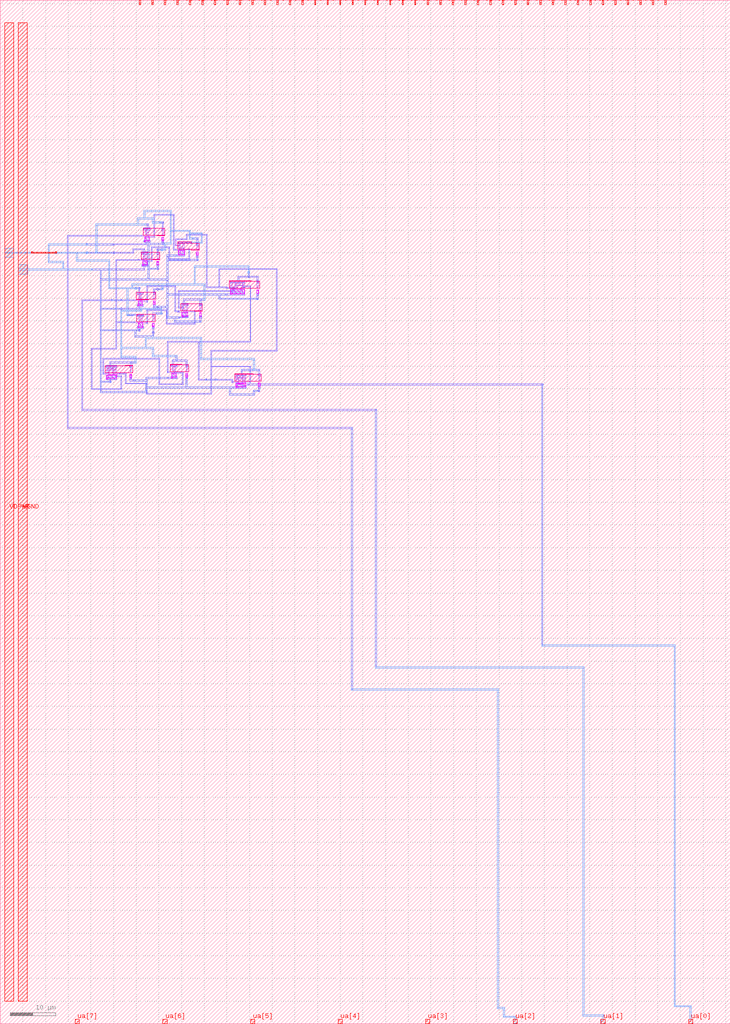
<source format=lef>
VERSION 5.7 ;
  NOWIREEXTENSIONATPIN ON ;
  DIVIDERCHAR "/" ;
  BUSBITCHARS "[]" ;
MACRO tt_um_Kokko00_digiota
  CLASS BLOCK ;
  FOREIGN tt_um_Kokko00_digiota ;
  ORIGIN 0.000 0.000 ;
  SIZE 161.000 BY 225.760 ;
  PIN clk
    DIRECTION INPUT ;
    USE SIGNAL ;
    PORT
      LAYER met4 ;
        RECT 143.830 224.760 144.130 225.760 ;
    END
  END clk
  PIN ena
    DIRECTION INPUT ;
    USE SIGNAL ;
    PORT
      LAYER met4 ;
        RECT 146.590 224.760 146.890 225.760 ;
    END
  END ena
  PIN rst_n
    DIRECTION INPUT ;
    USE SIGNAL ;
    PORT
      LAYER met4 ;
        RECT 141.070 224.760 141.370 225.760 ;
    END
  END rst_n
  PIN ua[0]
    DIRECTION INOUT ;
    USE SIGNAL ;
    ANTENNADIFFAREA 0.445500 ;
    PORT
      LAYER met4 ;
        RECT 151.810 0.000 152.710 1.000 ;
    END
  END ua[0]
  PIN ua[1]
    DIRECTION INOUT ;
    USE SIGNAL ;
    ANTENNAGATEAREA 0.247500 ;
    PORT
      LAYER met4 ;
        RECT 132.490 0.000 133.390 1.000 ;
    END
  END ua[1]
  PIN ua[2]
    DIRECTION INOUT ;
    USE SIGNAL ;
    ANTENNAGATEAREA 0.247500 ;
    PORT
      LAYER met4 ;
        RECT 113.170 0.000 114.070 1.000 ;
    END
  END ua[2]
  PIN ua[3]
    DIRECTION INOUT ;
    USE SIGNAL ;
    PORT
      LAYER met4 ;
        RECT 93.850 0.000 94.750 1.000 ;
    END
  END ua[3]
  PIN ua[4]
    DIRECTION INOUT ;
    USE SIGNAL ;
    PORT
      LAYER met4 ;
        RECT 74.530 0.000 75.430 1.000 ;
    END
  END ua[4]
  PIN ua[5]
    DIRECTION INOUT ;
    USE SIGNAL ;
    PORT
      LAYER met4 ;
        RECT 55.210 0.000 56.110 1.000 ;
    END
  END ua[5]
  PIN ua[6]
    DIRECTION INOUT ;
    USE SIGNAL ;
    PORT
      LAYER met4 ;
        RECT 35.890 0.000 36.790 1.000 ;
    END
  END ua[6]
  PIN ua[7]
    DIRECTION INOUT ;
    USE SIGNAL ;
    PORT
      LAYER met4 ;
        RECT 16.570 0.000 17.470 1.000 ;
    END
  END ua[7]
  PIN ui_in[0]
    DIRECTION INPUT ;
    USE SIGNAL ;
    PORT
      LAYER met4 ;
        RECT 138.310 224.760 138.610 225.760 ;
    END
  END ui_in[0]
  PIN ui_in[1]
    DIRECTION INPUT ;
    USE SIGNAL ;
    PORT
      LAYER met4 ;
        RECT 135.550 224.760 135.850 225.760 ;
    END
  END ui_in[1]
  PIN ui_in[2]
    DIRECTION INPUT ;
    USE SIGNAL ;
    PORT
      LAYER met4 ;
        RECT 132.790 224.760 133.090 225.760 ;
    END
  END ui_in[2]
  PIN ui_in[3]
    DIRECTION INPUT ;
    USE SIGNAL ;
    PORT
      LAYER met4 ;
        RECT 130.030 224.760 130.330 225.760 ;
    END
  END ui_in[3]
  PIN ui_in[4]
    DIRECTION INPUT ;
    USE SIGNAL ;
    PORT
      LAYER met4 ;
        RECT 127.270 224.760 127.570 225.760 ;
    END
  END ui_in[4]
  PIN ui_in[5]
    DIRECTION INPUT ;
    USE SIGNAL ;
    PORT
      LAYER met4 ;
        RECT 124.510 224.760 124.810 225.760 ;
    END
  END ui_in[5]
  PIN ui_in[6]
    DIRECTION INPUT ;
    USE SIGNAL ;
    PORT
      LAYER met4 ;
        RECT 121.750 224.760 122.050 225.760 ;
    END
  END ui_in[6]
  PIN ui_in[7]
    DIRECTION INPUT ;
    USE SIGNAL ;
    PORT
      LAYER met4 ;
        RECT 118.990 224.760 119.290 225.760 ;
    END
  END ui_in[7]
  PIN uio_in[0]
    DIRECTION INPUT ;
    USE SIGNAL ;
    PORT
      LAYER met4 ;
        RECT 116.230 224.760 116.530 225.760 ;
    END
  END uio_in[0]
  PIN uio_in[1]
    DIRECTION INPUT ;
    USE SIGNAL ;
    PORT
      LAYER met4 ;
        RECT 113.470 224.760 113.770 225.760 ;
    END
  END uio_in[1]
  PIN uio_in[2]
    DIRECTION INPUT ;
    USE SIGNAL ;
    PORT
      LAYER met4 ;
        RECT 110.710 224.760 111.010 225.760 ;
    END
  END uio_in[2]
  PIN uio_in[3]
    DIRECTION INPUT ;
    USE SIGNAL ;
    PORT
      LAYER met4 ;
        RECT 107.950 224.760 108.250 225.760 ;
    END
  END uio_in[3]
  PIN uio_in[4]
    DIRECTION INPUT ;
    USE SIGNAL ;
    PORT
      LAYER met4 ;
        RECT 105.190 224.760 105.490 225.760 ;
    END
  END uio_in[4]
  PIN uio_in[5]
    DIRECTION INPUT ;
    USE SIGNAL ;
    PORT
      LAYER met4 ;
        RECT 102.430 224.760 102.730 225.760 ;
    END
  END uio_in[5]
  PIN uio_in[6]
    DIRECTION INPUT ;
    USE SIGNAL ;
    PORT
      LAYER met4 ;
        RECT 99.670 224.760 99.970 225.760 ;
    END
  END uio_in[6]
  PIN uio_in[7]
    DIRECTION INPUT ;
    USE SIGNAL ;
    PORT
      LAYER met4 ;
        RECT 96.910 224.760 97.210 225.760 ;
    END
  END uio_in[7]
  PIN uio_oe[0]
    DIRECTION OUTPUT ;
    USE SIGNAL ;
    PORT
      LAYER met4 ;
        RECT 49.990 224.760 50.290 225.760 ;
    END
  END uio_oe[0]
  PIN uio_oe[1]
    DIRECTION OUTPUT ;
    USE SIGNAL ;
    PORT
      LAYER met4 ;
        RECT 47.230 224.760 47.530 225.760 ;
    END
  END uio_oe[1]
  PIN uio_oe[2]
    DIRECTION OUTPUT ;
    USE SIGNAL ;
    PORT
      LAYER met4 ;
        RECT 44.470 224.760 44.770 225.760 ;
    END
  END uio_oe[2]
  PIN uio_oe[3]
    DIRECTION OUTPUT ;
    USE SIGNAL ;
    PORT
      LAYER met4 ;
        RECT 41.710 224.760 42.010 225.760 ;
    END
  END uio_oe[3]
  PIN uio_oe[4]
    DIRECTION OUTPUT ;
    USE SIGNAL ;
    PORT
      LAYER met4 ;
        RECT 38.950 224.760 39.250 225.760 ;
    END
  END uio_oe[4]
  PIN uio_oe[5]
    DIRECTION OUTPUT ;
    USE SIGNAL ;
    PORT
      LAYER met4 ;
        RECT 36.190 224.760 36.490 225.760 ;
    END
  END uio_oe[5]
  PIN uio_oe[6]
    DIRECTION OUTPUT ;
    USE SIGNAL ;
    PORT
      LAYER met4 ;
        RECT 33.430 224.760 33.730 225.760 ;
    END
  END uio_oe[6]
  PIN uio_oe[7]
    DIRECTION OUTPUT ;
    USE SIGNAL ;
    PORT
      LAYER met4 ;
        RECT 30.670 224.760 30.970 225.760 ;
    END
  END uio_oe[7]
  PIN uio_out[0]
    DIRECTION OUTPUT ;
    USE SIGNAL ;
    PORT
      LAYER met4 ;
        RECT 72.070 224.760 72.370 225.760 ;
    END
  END uio_out[0]
  PIN uio_out[1]
    DIRECTION OUTPUT ;
    USE SIGNAL ;
    PORT
      LAYER met4 ;
        RECT 69.310 224.760 69.610 225.760 ;
    END
  END uio_out[1]
  PIN uio_out[2]
    DIRECTION OUTPUT ;
    USE SIGNAL ;
    PORT
      LAYER met4 ;
        RECT 66.550 224.760 66.850 225.760 ;
    END
  END uio_out[2]
  PIN uio_out[3]
    DIRECTION OUTPUT ;
    USE SIGNAL ;
    PORT
      LAYER met4 ;
        RECT 63.790 224.760 64.090 225.760 ;
    END
  END uio_out[3]
  PIN uio_out[4]
    DIRECTION OUTPUT ;
    USE SIGNAL ;
    PORT
      LAYER met4 ;
        RECT 61.030 224.760 61.330 225.760 ;
    END
  END uio_out[4]
  PIN uio_out[5]
    DIRECTION OUTPUT ;
    USE SIGNAL ;
    PORT
      LAYER met4 ;
        RECT 58.270 224.760 58.570 225.760 ;
    END
  END uio_out[5]
  PIN uio_out[6]
    DIRECTION OUTPUT ;
    USE SIGNAL ;
    PORT
      LAYER met4 ;
        RECT 55.510 224.760 55.810 225.760 ;
    END
  END uio_out[6]
  PIN uio_out[7]
    DIRECTION OUTPUT ;
    USE SIGNAL ;
    PORT
      LAYER met4 ;
        RECT 52.750 224.760 53.050 225.760 ;
    END
  END uio_out[7]
  PIN uo_out[0]
    DIRECTION OUTPUT ;
    USE SIGNAL ;
    PORT
      LAYER met4 ;
        RECT 94.150 224.760 94.450 225.760 ;
    END
  END uo_out[0]
  PIN uo_out[1]
    DIRECTION OUTPUT ;
    USE SIGNAL ;
    PORT
      LAYER met4 ;
        RECT 91.390 224.760 91.690 225.760 ;
    END
  END uo_out[1]
  PIN uo_out[2]
    DIRECTION OUTPUT ;
    USE SIGNAL ;
    PORT
      LAYER met4 ;
        RECT 88.630 224.760 88.930 225.760 ;
    END
  END uo_out[2]
  PIN uo_out[3]
    DIRECTION OUTPUT ;
    USE SIGNAL ;
    PORT
      LAYER met4 ;
        RECT 85.870 224.760 86.170 225.760 ;
    END
  END uo_out[3]
  PIN uo_out[4]
    DIRECTION OUTPUT ;
    USE SIGNAL ;
    PORT
      LAYER met4 ;
        RECT 83.110 224.760 83.410 225.760 ;
    END
  END uo_out[4]
  PIN uo_out[5]
    DIRECTION OUTPUT ;
    USE SIGNAL ;
    PORT
      LAYER met4 ;
        RECT 80.350 224.760 80.650 225.760 ;
    END
  END uo_out[5]
  PIN uo_out[6]
    DIRECTION OUTPUT ;
    USE SIGNAL ;
    PORT
      LAYER met4 ;
        RECT 77.590 224.760 77.890 225.760 ;
    END
  END uo_out[6]
  PIN uo_out[7]
    DIRECTION OUTPUT ;
    USE SIGNAL ;
    PORT
      LAYER met4 ;
        RECT 74.830 224.760 75.130 225.760 ;
    END
  END uo_out[7]
  PIN VDPWR
    DIRECTION INOUT ;
    USE POWER ;
    PORT
      LAYER met4 ;
        RECT 1.000 5.000 3.000 220.760 ;
    END
  END VDPWR
  PIN VGND
    DIRECTION INOUT ;
    USE GROUND ;
    PORT
      LAYER met4 ;
        RECT 4.000 5.000 6.000 220.760 ;
    END
  END VGND
  OBS
      LAYER nwell ;
        RECT 31.510 175.450 34.550 175.460 ;
        RECT 31.510 173.855 36.290 175.450 ;
        RECT 34.530 173.845 36.290 173.855 ;
      LAYER pwell ;
        RECT 31.910 172.655 32.840 173.565 ;
        RECT 35.655 172.730 36.085 173.515 ;
        RECT 31.910 172.635 32.015 172.655 ;
        RECT 31.845 172.465 32.015 172.635 ;
      LAYER nwell ;
        RECT 39.110 172.160 42.150 172.460 ;
        RECT 39.110 170.855 43.900 172.160 ;
        RECT 31.060 170.150 33.650 170.160 ;
        RECT 31.060 168.555 35.190 170.150 ;
      LAYER pwell ;
        RECT 39.305 169.655 40.655 170.565 ;
      LAYER nwell ;
        RECT 42.130 170.555 43.900 170.855 ;
      LAYER pwell ;
        RECT 39.450 169.465 39.620 169.655 ;
        RECT 43.265 169.440 43.695 170.225 ;
      LAYER nwell ;
        RECT 33.630 168.545 35.190 168.555 ;
      LAYER pwell ;
        RECT 31.460 167.355 32.390 168.265 ;
        RECT 34.555 167.430 34.985 168.215 ;
        RECT 31.460 167.335 31.565 167.355 ;
        RECT 31.395 167.165 31.565 167.335 ;
      LAYER nwell ;
        RECT 50.500 163.800 55.400 163.850 ;
        RECT 50.500 162.245 57.190 163.800 ;
        RECT 55.330 162.195 57.190 162.245 ;
        RECT 32.630 161.310 34.340 161.350 ;
        RECT 30.010 159.745 34.340 161.310 ;
      LAYER pwell ;
        RECT 50.735 161.045 53.905 161.955 ;
        RECT 56.555 161.080 56.985 161.865 ;
        RECT 50.835 160.855 51.005 161.045 ;
      LAYER nwell ;
        RECT 30.010 159.705 32.750 159.745 ;
      LAYER pwell ;
        RECT 30.410 158.505 31.340 159.415 ;
        RECT 33.705 158.630 34.135 159.415 ;
      LAYER nwell ;
        RECT 39.860 158.800 42.900 158.810 ;
      LAYER pwell ;
        RECT 30.410 158.485 30.515 158.505 ;
        RECT 30.345 158.315 30.515 158.485 ;
      LAYER nwell ;
        RECT 39.860 157.205 44.590 158.800 ;
        RECT 42.880 157.195 44.590 157.205 ;
        RECT 30.050 154.845 34.190 156.450 ;
      LAYER pwell ;
        RECT 40.055 156.005 41.405 156.915 ;
        RECT 43.955 156.080 44.385 156.865 ;
        RECT 40.200 155.815 40.370 156.005 ;
        RECT 30.450 153.645 31.380 154.555 ;
        RECT 33.555 153.730 33.985 154.515 ;
        RECT 30.450 153.625 30.555 153.645 ;
        RECT 30.385 153.455 30.555 153.625 ;
      LAYER nwell ;
        RECT 37.450 145.350 40.050 145.400 ;
        RECT 27.530 145.160 29.190 145.200 ;
        RECT 23.160 143.595 29.190 145.160 ;
        RECT 37.450 143.795 41.540 145.350 ;
        RECT 39.880 143.745 41.540 143.795 ;
        RECT 23.160 143.555 27.550 143.595 ;
      LAYER pwell ;
        RECT 23.840 143.035 25.645 143.265 ;
        RECT 23.355 142.355 25.645 143.035 ;
        RECT 28.555 142.480 28.985 143.265 ;
        RECT 37.850 142.595 38.780 143.505 ;
        RECT 40.905 142.630 41.335 143.415 ;
      LAYER nwell ;
        RECT 51.710 143.300 55.800 143.310 ;
      LAYER pwell ;
        RECT 37.850 142.575 37.955 142.595 ;
        RECT 37.785 142.405 37.955 142.575 ;
        RECT 23.500 142.165 23.670 142.355 ;
      LAYER nwell ;
        RECT 51.710 141.705 57.540 143.300 ;
        RECT 55.780 141.695 57.540 141.705 ;
      LAYER pwell ;
        RECT 52.390 141.185 54.195 141.415 ;
        RECT 51.905 140.505 54.195 141.185 ;
        RECT 56.905 140.580 57.335 141.365 ;
        RECT 52.050 140.315 52.220 140.505 ;
      LAYER li1 ;
        RECT 31.700 175.185 33.080 175.355 ;
        RECT 32.040 174.045 32.250 175.185 ;
        RECT 35.640 175.175 36.100 175.345 ;
        RECT 32.420 174.035 32.750 175.015 ;
        RECT 32.020 173.850 32.350 173.865 ;
        RECT 31.000 173.650 32.350 173.850 ;
        RECT 32.020 173.625 32.350 173.650 ;
        RECT 32.520 173.715 32.750 174.035 ;
        RECT 35.725 174.010 36.015 175.175 ;
        RECT 32.520 173.485 34.115 173.715 ;
        RECT 32.020 172.635 32.250 173.455 ;
        RECT 32.520 173.435 32.750 173.485 ;
        RECT 32.420 172.805 32.750 173.435 ;
        RECT 31.700 172.465 33.080 172.635 ;
        RECT 35.725 172.625 36.015 173.350 ;
        RECT 38.650 172.900 39.300 173.100 ;
        RECT 35.640 172.455 36.100 172.625 ;
        RECT 38.650 171.750 38.850 172.900 ;
        RECT 39.300 172.185 40.680 172.355 ;
        RECT 39.395 171.750 39.725 172.000 ;
        RECT 38.650 171.550 39.725 171.750 ;
        RECT 39.395 171.215 39.725 171.550 ;
        RECT 39.395 171.045 40.075 171.215 ;
        RECT 40.255 171.045 40.585 172.185 ;
        RECT 43.250 171.885 43.710 172.055 ;
        RECT 39.385 170.625 39.735 170.875 ;
        RECT 39.905 170.445 40.075 171.045 ;
        RECT 40.245 170.845 40.595 170.875 ;
        RECT 40.245 170.655 41.795 170.845 ;
        RECT 43.335 170.720 43.625 171.885 ;
        RECT 40.245 170.625 40.595 170.655 ;
        RECT 31.250 169.885 32.630 170.055 ;
        RECT 31.590 168.745 31.800 169.885 ;
        RECT 34.540 169.875 35.000 170.045 ;
        RECT 31.970 168.735 32.300 169.715 ;
        RECT 31.570 168.550 31.900 168.565 ;
        RECT 30.450 168.350 31.900 168.550 ;
        RECT 31.570 168.325 31.900 168.350 ;
        RECT 32.070 168.415 32.300 168.735 ;
        RECT 34.625 168.710 34.915 169.875 ;
        RECT 39.405 169.635 39.645 170.445 ;
        RECT 39.815 169.805 40.145 170.445 ;
        RECT 40.315 169.635 40.585 170.445 ;
        RECT 39.300 169.465 40.680 169.635 ;
        RECT 43.335 169.335 43.625 170.060 ;
        RECT 43.250 169.165 43.710 169.335 ;
        RECT 32.070 168.185 33.565 168.415 ;
        RECT 31.570 167.335 31.800 168.155 ;
        RECT 32.070 168.135 32.300 168.185 ;
        RECT 31.970 167.505 32.300 168.135 ;
        RECT 31.250 167.165 32.630 167.335 ;
        RECT 34.625 167.325 34.915 168.050 ;
        RECT 34.540 167.155 35.000 167.325 ;
        RECT 50.690 163.575 53.910 163.745 ;
        RECT 50.775 162.725 51.155 163.405 ;
        RECT 51.745 162.725 51.915 163.575 ;
        RECT 52.085 162.895 52.415 163.405 ;
        RECT 52.585 163.065 52.755 163.575 ;
        RECT 56.540 163.525 57.000 163.695 ;
        RECT 52.925 162.895 53.325 163.405 ;
        RECT 52.085 162.725 53.325 162.895 ;
        RECT 53.505 162.750 53.825 163.405 ;
        RECT 50.775 161.765 50.945 162.725 ;
        RECT 51.115 162.385 52.420 162.555 ;
        RECT 53.505 162.475 53.900 162.750 ;
        RECT 51.115 161.935 51.360 162.385 ;
        RECT 51.530 162.015 52.080 162.215 ;
        RECT 52.250 162.185 52.420 162.385 ;
        RECT 53.195 162.450 53.900 162.475 ;
        RECT 53.195 162.305 53.825 162.450 ;
        RECT 56.625 162.360 56.915 163.525 ;
        RECT 52.250 162.015 52.625 162.185 ;
        RECT 52.795 161.765 53.025 162.265 ;
        RECT 50.775 161.595 53.025 161.765 ;
        RECT 30.200 161.035 31.580 161.205 ;
        RECT 33.690 161.075 34.150 161.245 ;
        RECT 30.540 159.895 30.750 161.035 ;
        RECT 30.920 159.885 31.250 160.865 ;
        RECT 33.775 159.910 34.065 161.075 ;
        RECT 50.825 161.025 51.155 161.415 ;
        RECT 51.325 161.275 51.495 161.595 ;
        RECT 53.195 161.425 53.365 162.305 ;
        RECT 51.665 161.025 51.995 161.415 ;
        RECT 52.410 161.255 53.365 161.425 ;
        RECT 53.535 161.025 53.825 161.860 ;
        RECT 50.690 160.855 53.910 161.025 ;
        RECT 56.625 160.975 56.915 161.700 ;
        RECT 56.540 160.805 57.000 160.975 ;
        RECT 30.520 159.700 30.850 159.715 ;
        RECT 29.350 159.500 30.850 159.700 ;
        RECT 30.520 159.475 30.850 159.500 ;
        RECT 31.020 159.515 31.250 159.885 ;
        RECT 30.520 158.485 30.750 159.305 ;
        RECT 31.020 159.285 32.565 159.515 ;
        RECT 30.920 158.655 31.250 159.285 ;
        RECT 32.335 159.135 32.565 159.285 ;
        RECT 33.775 158.525 34.065 159.250 ;
        RECT 40.050 158.535 41.430 158.705 ;
        RECT 30.200 158.315 31.580 158.485 ;
        RECT 33.690 158.355 34.150 158.525 ;
        RECT 40.145 158.100 40.475 158.350 ;
        RECT 40.000 157.800 40.475 158.100 ;
        RECT 40.145 157.565 40.475 157.800 ;
        RECT 40.145 157.395 40.825 157.565 ;
        RECT 41.005 157.395 41.335 158.535 ;
        RECT 43.940 158.525 44.400 158.695 ;
        RECT 39.075 156.975 40.485 157.225 ;
        RECT 40.655 156.795 40.825 157.395 ;
        RECT 44.025 157.360 44.315 158.525 ;
        RECT 40.995 157.200 41.345 157.225 ;
        RECT 40.995 157.000 42.300 157.200 ;
        RECT 40.995 156.975 41.345 157.000 ;
        RECT 30.240 156.175 31.620 156.345 ;
        RECT 33.540 156.175 34.000 156.345 ;
        RECT 30.580 155.035 30.790 156.175 ;
        RECT 30.960 155.025 31.290 156.005 ;
        RECT 30.560 154.850 30.890 154.855 ;
        RECT 29.400 154.650 30.890 154.850 ;
        RECT 30.560 154.615 30.890 154.650 ;
        RECT 31.060 154.665 31.290 155.025 ;
        RECT 33.625 155.010 33.915 156.175 ;
        RECT 40.155 155.985 40.395 156.795 ;
        RECT 40.565 156.155 40.895 156.795 ;
        RECT 41.065 155.985 41.335 156.795 ;
        RECT 40.050 155.815 41.430 155.985 ;
        RECT 44.025 155.975 44.315 156.700 ;
        RECT 43.940 155.805 44.400 155.975 ;
        RECT 32.335 154.665 32.565 154.915 ;
        RECT 30.560 153.625 30.790 154.445 ;
        RECT 31.060 154.435 32.565 154.665 ;
        RECT 31.060 154.425 31.290 154.435 ;
        RECT 30.960 153.795 31.290 154.425 ;
        RECT 33.625 153.625 33.915 154.350 ;
        RECT 30.240 153.455 31.620 153.625 ;
        RECT 33.540 153.455 34.000 153.625 ;
        RECT 37.640 145.125 39.020 145.295 ;
        RECT 23.350 144.885 25.650 145.055 ;
        RECT 28.540 144.925 29.000 145.095 ;
        RECT 23.435 144.315 23.695 144.715 ;
        RECT 23.865 144.485 24.800 144.885 ;
        RECT 24.970 144.375 25.565 144.715 ;
        RECT 23.435 144.145 24.800 144.315 ;
        RECT 23.435 143.500 23.895 143.975 ;
        RECT 22.600 143.300 23.895 143.500 ;
        RECT 23.435 143.245 23.895 143.300 ;
        RECT 24.065 143.075 24.800 144.145 ;
        RECT 23.435 142.905 24.800 143.075 ;
        RECT 24.970 143.055 25.145 144.375 ;
        RECT 25.325 143.450 25.565 144.205 ;
        RECT 28.625 143.760 28.915 144.925 ;
        RECT 37.980 143.985 38.190 145.125 ;
        RECT 40.890 145.075 41.350 145.245 ;
        RECT 38.360 143.975 38.690 144.955 ;
        RECT 37.960 143.800 38.290 143.805 ;
        RECT 36.850 143.600 38.290 143.800 ;
        RECT 37.960 143.565 38.290 143.600 ;
        RECT 25.325 143.250 26.500 143.450 ;
        RECT 25.325 143.225 25.565 143.250 ;
        RECT 23.435 142.505 23.695 142.905 ;
        RECT 23.865 142.335 24.800 142.735 ;
        RECT 24.970 142.505 25.565 143.055 ;
        RECT 28.625 142.375 28.915 143.100 ;
        RECT 37.960 142.575 38.190 143.395 ;
        RECT 38.460 143.375 38.690 143.975 ;
        RECT 40.975 143.910 41.265 145.075 ;
        RECT 38.360 142.745 38.690 143.375 ;
        RECT 37.640 142.405 39.020 142.575 ;
        RECT 40.975 142.525 41.265 143.250 ;
        RECT 51.900 143.035 54.200 143.205 ;
        RECT 23.350 142.165 25.650 142.335 ;
        RECT 28.540 142.205 29.000 142.375 ;
        RECT 40.890 142.355 41.350 142.525 ;
        RECT 51.985 142.465 52.245 142.865 ;
        RECT 52.415 142.635 53.350 143.035 ;
        RECT 56.890 143.025 57.350 143.195 ;
        RECT 53.520 142.525 54.115 142.865 ;
        RECT 51.985 142.295 53.350 142.465 ;
        RECT 51.985 141.650 52.445 142.125 ;
        RECT 51.100 141.450 52.445 141.650 ;
        RECT 51.985 141.395 52.445 141.450 ;
        RECT 52.615 141.225 53.350 142.295 ;
        RECT 51.985 141.055 53.350 141.225 ;
        RECT 53.520 141.205 53.695 142.525 ;
        RECT 53.875 141.650 54.115 142.355 ;
        RECT 56.975 141.860 57.265 143.025 ;
        RECT 53.875 141.450 55.200 141.650 ;
        RECT 53.875 141.375 54.115 141.450 ;
        RECT 53.520 141.100 54.115 141.205 ;
        RECT 51.985 140.655 52.245 141.055 ;
        RECT 52.415 140.485 53.350 140.885 ;
        RECT 53.520 140.800 54.900 141.100 ;
        RECT 53.520 140.655 54.115 140.800 ;
        RECT 51.900 140.315 54.200 140.485 ;
        RECT 56.975 140.475 57.265 141.200 ;
        RECT 56.890 140.305 57.350 140.475 ;
      LAYER met1 ;
        RECT 33.885 178.285 38.365 178.515 ;
        RECT 32.460 176.395 32.750 176.430 ;
        RECT 32.460 176.070 32.765 176.395 ;
        RECT 32.475 175.510 32.765 176.070 ;
        RECT 31.700 175.030 33.080 175.510 ;
        RECT 30.955 173.850 31.245 173.865 ;
        RECT 14.750 173.650 31.245 173.850 ;
        RECT 14.750 131.550 15.050 173.650 ;
        RECT 30.955 173.635 31.245 173.650 ;
        RECT 33.885 173.455 34.115 178.285 ;
        RECT 35.700 175.500 36.000 176.880 ;
        RECT 35.640 175.020 36.100 175.500 ;
        RECT 31.700 172.310 33.080 172.790 ;
        RECT 24.860 172.045 25.150 172.080 ;
        RECT 32.015 172.045 32.305 172.310 ;
        RECT 35.640 172.300 36.100 172.780 ;
        RECT 24.855 171.755 32.305 172.045 ;
        RECT 35.750 171.770 36.050 172.300 ;
        RECT 24.860 171.720 25.150 171.755 ;
        RECT 33.335 171.185 37.365 171.415 ;
        RECT 29.205 170.655 31.855 170.945 ;
        RECT 24.910 170.195 25.200 170.230 ;
        RECT 29.205 170.195 29.495 170.655 ;
        RECT 31.565 170.210 31.855 170.655 ;
        RECT 24.905 169.905 29.495 170.195 ;
        RECT 24.910 169.870 25.200 169.905 ;
        RECT 31.250 169.730 32.630 170.210 ;
        RECT 30.405 168.550 30.695 168.565 ;
        RECT 25.450 168.350 30.695 168.550 ;
        RECT 24.470 159.700 24.730 159.760 ;
        RECT 17.950 159.500 24.730 159.700 ;
        RECT 17.950 135.500 18.250 159.500 ;
        RECT 24.470 159.440 24.730 159.500 ;
        RECT 25.450 154.850 25.650 168.350 ;
        RECT 30.405 168.335 30.695 168.350 ;
        RECT 33.335 168.155 33.565 171.185 ;
        RECT 34.600 170.200 34.895 170.880 ;
        RECT 34.540 169.720 35.000 170.200 ;
        RECT 37.135 168.665 37.365 171.185 ;
        RECT 38.135 170.865 38.365 178.285 ;
        RECT 41.050 173.900 45.600 174.100 ;
        RECT 39.005 173.100 39.295 173.115 ;
        RECT 41.050 173.100 41.250 173.900 ;
        RECT 43.350 173.300 43.650 173.330 ;
        RECT 39.000 172.900 41.250 173.100 ;
        RECT 43.345 172.970 43.650 173.300 ;
        RECT 39.005 172.885 39.295 172.900 ;
        RECT 39.300 172.400 40.680 172.510 ;
        RECT 41.100 172.400 41.400 172.430 ;
        RECT 39.300 172.100 41.400 172.400 ;
        RECT 43.345 172.210 43.645 172.970 ;
        RECT 39.300 172.030 40.680 172.100 ;
        RECT 41.100 172.070 41.400 172.100 ;
        RECT 43.250 171.730 43.710 172.210 ;
        RECT 38.135 170.635 39.745 170.865 ;
        RECT 38.660 169.600 38.950 169.630 ;
        RECT 39.300 169.600 40.680 169.790 ;
        RECT 38.655 169.310 40.680 169.600 ;
        RECT 38.660 169.270 38.950 169.310 ;
        RECT 41.585 168.665 41.815 170.895 ;
        RECT 43.250 169.010 43.710 169.490 ;
        RECT 37.135 168.435 41.815 168.665 ;
        RECT 43.300 168.270 43.600 169.010 ;
        RECT 31.250 167.010 32.630 167.490 ;
        RECT 26.660 166.495 26.950 166.530 ;
        RECT 31.565 166.495 31.855 167.010 ;
        RECT 34.540 167.000 35.000 167.480 ;
        RECT 26.655 166.205 31.855 166.495 ;
        RECT 34.595 166.680 34.895 167.000 ;
        RECT 34.595 166.350 34.900 166.680 ;
        RECT 34.600 166.320 34.900 166.350 ;
        RECT 26.660 166.170 26.950 166.205 ;
        RECT 32.335 162.535 38.665 162.765 ;
        RECT 30.510 162.345 30.800 162.380 ;
        RECT 30.510 162.020 30.805 162.345 ;
        RECT 30.515 161.360 30.805 162.020 ;
        RECT 30.200 160.880 31.580 161.360 ;
        RECT 26.570 159.700 26.830 159.760 ;
        RECT 29.305 159.700 29.595 159.715 ;
        RECT 26.570 159.500 29.595 159.700 ;
        RECT 26.570 159.440 26.830 159.500 ;
        RECT 29.305 159.485 29.595 159.500 ;
        RECT 32.335 159.155 32.565 162.535 ;
        RECT 34.600 162.145 34.895 162.180 ;
        RECT 33.750 161.850 34.895 162.145 ;
        RECT 33.750 161.400 34.045 161.850 ;
        RECT 34.600 161.820 34.895 161.850 ;
        RECT 33.690 160.920 34.150 161.400 ;
        RECT 30.200 158.160 31.580 158.640 ;
        RECT 33.690 158.250 34.150 158.680 ;
        RECT 34.600 158.250 34.900 158.280 ;
        RECT 33.690 158.200 34.900 158.250 ;
        RECT 26.560 157.845 26.850 157.880 ;
        RECT 30.515 157.845 30.805 158.160 ;
        RECT 33.745 157.950 34.900 158.200 ;
        RECT 34.600 157.920 34.900 157.950 ;
        RECT 26.555 157.555 30.805 157.845 ;
        RECT 26.560 157.520 26.850 157.555 ;
        RECT 32.335 157.285 36.815 157.515 ;
        RECT 29.060 156.500 29.350 156.530 ;
        RECT 29.055 156.210 31.620 156.500 ;
        RECT 29.060 156.170 29.350 156.210 ;
        RECT 30.240 156.020 31.620 156.210 ;
        RECT 29.355 154.850 29.645 154.865 ;
        RECT 25.450 154.650 29.645 154.850 ;
        RECT 32.335 154.820 32.565 157.285 ;
        RECT 34.500 156.800 34.800 156.830 ;
        RECT 33.650 156.500 34.800 156.800 ;
        RECT 33.540 156.020 34.000 156.500 ;
        RECT 34.500 156.470 34.800 156.500 ;
        RECT 25.450 149.000 25.650 154.650 ;
        RECT 29.355 154.635 29.645 154.650 ;
        RECT 32.330 154.580 32.570 154.820 ;
        RECT 32.335 154.435 32.565 154.580 ;
        RECT 36.585 154.515 36.815 157.285 ;
        RECT 38.435 157.215 38.665 162.535 ;
        RECT 45.400 162.550 45.600 173.900 ;
        RECT 48.200 166.350 61.050 166.550 ;
        RECT 48.200 162.550 48.400 166.350 ;
        RECT 55.750 164.895 56.900 164.900 ;
        RECT 52.385 164.605 56.900 164.895 ;
        RECT 52.385 163.900 52.675 164.605 ;
        RECT 54.620 164.600 54.980 164.605 ;
        RECT 55.750 164.595 56.900 164.605 ;
        RECT 50.690 163.420 53.910 163.900 ;
        RECT 56.595 163.850 56.900 164.595 ;
        RECT 56.540 163.370 57.000 163.850 ;
        RECT 53.550 162.550 55.300 162.750 ;
        RECT 45.400 162.350 50.050 162.550 ;
        RECT 53.580 162.470 53.900 162.550 ;
        RECT 49.775 162.335 50.050 162.350 ;
        RECT 49.775 162.275 51.275 162.335 ;
        RECT 49.775 162.185 51.345 162.275 ;
        RECT 51.055 162.045 51.345 162.185 ;
        RECT 51.500 162.200 51.730 162.275 ;
        RECT 51.500 162.050 52.075 162.200 ;
        RECT 51.500 161.985 51.730 162.050 ;
        RECT 51.500 161.700 51.700 161.985 ;
        RECT 39.250 161.500 51.700 161.700 ;
        RECT 39.250 158.050 39.450 161.500 ;
        RECT 49.760 160.990 50.050 161.030 ;
        RECT 50.690 160.990 53.910 161.180 ;
        RECT 49.755 160.700 53.910 160.990 ;
        RECT 49.760 160.670 50.050 160.700 ;
        RECT 44.000 159.900 44.300 159.930 ;
        RECT 40.500 159.895 44.300 159.900 ;
        RECT 40.365 159.600 44.300 159.895 ;
        RECT 40.365 158.860 40.655 159.600 ;
        RECT 40.050 158.380 41.430 158.860 ;
        RECT 44.000 158.850 44.300 159.600 ;
        RECT 43.940 158.370 44.400 158.850 ;
        RECT 40.055 158.050 40.315 158.080 ;
        RECT 39.250 157.850 40.400 158.050 ;
        RECT 40.055 157.820 40.315 157.850 ;
        RECT 39.195 157.215 39.505 157.225 ;
        RECT 38.435 156.985 39.505 157.215 ;
        RECT 42.005 156.985 42.965 157.215 ;
        RECT 39.195 156.975 39.505 156.985 ;
        RECT 39.260 155.950 39.550 155.980 ;
        RECT 40.050 155.950 41.430 156.140 ;
        RECT 39.255 155.660 41.430 155.950 ;
        RECT 39.260 155.620 39.550 155.660 ;
        RECT 42.735 154.515 42.965 156.985 ;
        RECT 43.940 155.650 44.400 156.130 ;
        RECT 44.045 155.085 44.350 155.650 ;
        RECT 44.045 154.750 44.355 155.085 ;
        RECT 44.050 154.720 44.355 154.750 ;
        RECT 36.585 154.285 42.965 154.515 ;
        RECT 30.240 153.300 31.620 153.780 ;
        RECT 33.540 153.300 34.000 153.780 ;
        RECT 30.555 153.130 30.845 153.300 ;
        RECT 30.555 152.805 30.850 153.130 ;
        RECT 30.560 152.770 30.850 152.805 ;
        RECT 33.600 152.600 33.900 153.300 ;
        RECT 33.570 152.300 33.930 152.600 ;
        RECT 55.100 150.500 55.300 162.550 ;
        RECT 56.540 160.650 57.000 161.130 ;
        RECT 56.600 159.720 56.900 160.650 ;
        RECT 20.100 148.800 25.650 149.000 ;
        RECT 36.850 150.300 55.300 150.500 ;
        RECT 20.100 140.100 20.300 148.800 ;
        RECT 22.600 146.550 35.150 146.750 ;
        RECT 22.600 143.545 22.800 146.550 ;
        RECT 28.650 146.000 28.955 146.035 ;
        RECT 28.645 145.995 28.955 146.000 ;
        RECT 24.125 145.705 28.955 145.995 ;
        RECT 24.125 145.210 24.415 145.705 ;
        RECT 28.645 145.670 28.955 145.705 ;
        RECT 28.645 145.250 28.950 145.670 ;
        RECT 23.350 144.730 25.650 145.210 ;
        RECT 28.540 144.770 29.000 145.250 ;
        RECT 22.585 143.255 22.815 143.545 ;
        RECT 26.255 143.450 26.545 143.465 ;
        RECT 26.255 143.250 27.750 143.450 ;
        RECT 26.255 143.235 26.545 143.250 ;
        RECT 25.305 142.900 25.595 142.915 ;
        RECT 25.305 142.700 26.800 142.900 ;
        RECT 25.305 142.685 25.595 142.700 ;
        RECT 23.350 142.010 25.650 142.490 ;
        RECT 24.125 141.780 24.415 142.010 ;
        RECT 24.110 141.455 24.415 141.780 ;
        RECT 24.110 141.420 24.400 141.455 ;
        RECT 26.600 140.100 26.800 142.700 ;
        RECT 27.550 141.300 27.750 143.250 ;
        RECT 28.540 142.050 29.000 142.530 ;
        RECT 29.450 142.050 29.750 142.080 ;
        RECT 28.600 141.750 29.750 142.050 ;
        RECT 29.450 141.720 29.750 141.750 ;
        RECT 27.550 141.100 32.400 141.300 ;
        RECT 20.100 139.900 26.800 140.100 ;
        RECT 32.200 139.050 32.400 141.100 ;
        RECT 34.950 141.150 35.150 146.550 ;
        RECT 36.850 143.860 37.050 150.300 ;
        RECT 38.720 146.400 39.085 146.405 ;
        RECT 38.000 146.395 41.250 146.400 ;
        RECT 37.955 146.095 41.250 146.395 ;
        RECT 37.955 145.450 38.245 146.095 ;
        RECT 37.640 144.970 39.020 145.450 ;
        RECT 40.945 145.400 41.250 146.095 ;
        RECT 40.890 144.920 41.350 145.400 ;
        RECT 36.820 143.540 37.080 143.860 ;
        RECT 38.405 143.700 38.695 143.715 ;
        RECT 38.405 143.500 40.350 143.700 ;
        RECT 38.405 143.485 38.695 143.500 ;
        RECT 36.860 142.540 37.150 142.580 ;
        RECT 37.640 142.540 39.020 142.730 ;
        RECT 36.855 142.250 39.020 142.540 ;
        RECT 36.860 142.220 37.150 142.250 ;
        RECT 40.150 141.150 40.350 143.500 ;
        RECT 40.890 142.200 41.350 142.680 ;
        RECT 40.950 141.950 41.250 142.200 ;
        RECT 43.650 142.150 43.850 150.300 ;
        RECT 60.850 148.550 61.050 166.350 ;
        RECT 46.400 148.350 61.050 148.550 ;
        RECT 46.400 145.050 46.600 148.350 ;
        RECT 46.400 144.850 55.200 145.050 ;
        RECT 45.320 142.150 45.580 142.210 ;
        RECT 43.650 141.950 45.580 142.150 ;
        RECT 40.955 141.700 41.250 141.950 ;
        RECT 45.320 141.890 45.580 141.950 ;
        RECT 40.920 141.405 41.280 141.700 ;
        RECT 34.950 140.950 40.350 141.150 ;
        RECT 46.400 139.050 46.600 144.850 ;
        RECT 53.150 144.345 53.440 144.380 ;
        RECT 53.135 144.020 53.440 144.345 ;
        RECT 53.135 143.360 53.425 144.020 ;
        RECT 51.900 142.880 54.200 143.360 ;
        RECT 47.420 142.150 47.680 142.210 ;
        RECT 47.420 141.950 51.300 142.150 ;
        RECT 47.420 141.890 47.680 141.950 ;
        RECT 51.100 141.695 51.300 141.950 ;
        RECT 55.000 141.695 55.200 144.850 ;
        RECT 56.950 143.350 57.250 144.380 ;
        RECT 56.890 142.870 57.350 143.350 ;
        RECT 51.085 141.405 51.315 141.695 ;
        RECT 54.985 141.405 55.215 141.695 ;
        RECT 54.570 140.800 119.730 141.100 ;
        RECT 51.210 140.450 51.500 140.480 ;
        RECT 51.900 140.450 54.200 140.640 ;
        RECT 51.205 140.160 54.200 140.450 ;
        RECT 51.210 140.120 51.500 140.160 ;
        RECT 56.890 140.150 57.350 140.630 ;
        RECT 56.950 139.420 57.250 140.150 ;
        RECT 32.200 138.850 46.600 139.050 ;
        RECT 17.950 135.200 83.080 135.500 ;
        RECT 14.750 131.250 77.780 131.550 ;
      LAYER met2 ;
        RECT 35.060 176.850 35.340 176.885 ;
        RECT 35.050 176.550 36.030 176.850 ;
        RECT 35.060 176.515 35.340 176.550 ;
        RECT 31.760 176.400 32.040 176.435 ;
        RECT 31.750 176.100 32.780 176.400 ;
        RECT 31.760 176.065 32.040 176.100 ;
        RECT 42.510 173.300 42.790 173.335 ;
        RECT 42.500 173.000 43.680 173.300 ;
        RECT 42.510 172.965 42.790 173.000 ;
        RECT 42.010 172.400 42.290 172.435 ;
        RECT 41.070 172.100 42.290 172.400 ;
        RECT 18.960 172.050 19.240 172.085 ;
        RECT 18.950 171.750 25.180 172.050 ;
        RECT 32.550 171.800 36.080 172.100 ;
        RECT 42.010 172.065 42.290 172.100 ;
        RECT 18.960 171.715 19.240 171.750 ;
        RECT 18.960 170.200 19.240 170.235 ;
        RECT 18.950 169.900 25.230 170.200 ;
        RECT 18.960 169.865 19.240 169.900 ;
        RECT 32.550 166.650 32.850 171.800 ;
        RECT 35.560 170.850 35.840 170.885 ;
        RECT 34.570 170.550 35.850 170.850 ;
        RECT 35.560 170.515 35.840 170.550 ;
        RECT 36.700 169.300 38.980 169.600 ;
        RECT 36.700 168.600 37.000 169.300 ;
        RECT 36.700 168.300 43.630 168.600 ;
        RECT 20.060 166.500 20.340 166.535 ;
        RECT 20.050 166.200 26.980 166.500 ;
        RECT 32.550 166.350 34.930 166.650 ;
        RECT 20.060 166.165 20.340 166.200 ;
        RECT 22.000 164.300 22.300 166.200 ;
        RECT 32.550 164.300 32.850 166.350 ;
        RECT 36.700 164.300 37.000 168.300 ;
        RECT 54.650 165.790 54.950 165.800 ;
        RECT 54.615 165.510 54.985 165.790 ;
        RECT 54.650 164.570 54.950 165.510 ;
        RECT 22.000 164.000 37.000 164.300 ;
        RECT 22.000 157.850 22.300 164.000 ;
        RECT 29.760 162.350 30.040 162.385 ;
        RECT 29.750 162.050 30.830 162.350 ;
        RECT 34.570 162.140 35.950 162.150 ;
        RECT 29.760 162.015 30.040 162.050 ;
        RECT 34.570 161.860 35.985 162.140 ;
        RECT 34.570 161.850 35.950 161.860 ;
        RECT 36.700 161.000 37.000 164.000 ;
        RECT 36.700 160.700 50.080 161.000 ;
        RECT 24.440 159.700 24.760 159.730 ;
        RECT 26.540 159.700 26.860 159.730 ;
        RECT 24.440 159.500 26.860 159.700 ;
        RECT 24.440 159.470 24.760 159.500 ;
        RECT 26.540 159.470 26.860 159.500 ;
        RECT 36.700 158.250 37.000 160.700 ;
        RECT 48.200 160.050 48.500 160.700 ;
        RECT 43.970 159.890 45.200 159.900 ;
        RECT 43.970 159.610 45.235 159.890 ;
        RECT 48.200 159.750 56.930 160.050 ;
        RECT 43.970 159.600 45.200 159.610 ;
        RECT 34.570 157.950 37.000 158.250 ;
        RECT 22.000 157.550 26.880 157.850 ;
        RECT 22.000 153.100 22.300 157.550 ;
        RECT 34.470 156.790 35.650 156.800 ;
        RECT 34.470 156.510 35.685 156.790 ;
        RECT 34.470 156.500 35.650 156.510 ;
        RECT 27.900 156.490 29.380 156.500 ;
        RECT 27.865 156.210 29.380 156.490 ;
        RECT 27.900 156.200 29.380 156.210 ;
        RECT 36.700 155.950 37.000 157.950 ;
        RECT 36.700 155.650 39.580 155.950 ;
        RECT 38.400 155.050 38.700 155.650 ;
        RECT 44.020 155.050 44.385 155.055 ;
        RECT 38.400 154.750 44.385 155.050 ;
        RECT 22.000 152.800 30.880 153.100 ;
        RECT 22.000 141.750 22.300 152.800 ;
        RECT 29.700 151.750 30.000 152.800 ;
        RECT 33.600 151.750 33.900 152.630 ;
        RECT 29.700 151.450 33.900 151.750 ;
        RECT 38.760 147.400 39.040 147.435 ;
        RECT 38.750 146.435 39.050 147.400 ;
        RECT 38.750 146.070 39.055 146.435 ;
        RECT 28.620 146.000 28.985 146.005 ;
        RECT 28.620 145.990 30.000 146.000 ;
        RECT 28.620 145.710 30.035 145.990 ;
        RECT 28.620 145.700 30.000 145.710 ;
        RECT 53.120 144.050 57.280 144.350 ;
        RECT 32.100 142.250 37.180 142.550 ;
        RECT 32.100 142.050 32.400 142.250 ;
        RECT 29.420 141.750 32.400 142.050 ;
        RECT 45.290 142.150 45.610 142.180 ;
        RECT 47.390 142.150 47.710 142.180 ;
        RECT 45.290 141.950 47.710 142.150 ;
        RECT 45.290 141.920 45.610 141.950 ;
        RECT 47.390 141.920 47.710 141.950 ;
        RECT 22.000 141.450 24.430 141.750 ;
        RECT 22.000 139.500 22.300 141.450 ;
        RECT 32.100 140.450 32.400 141.750 ;
        RECT 40.950 140.450 41.250 141.730 ;
        RECT 32.100 140.150 51.530 140.450 ;
        RECT 32.100 139.500 32.400 140.150 ;
        RECT 22.000 139.200 32.400 139.500 ;
        RECT 50.500 138.950 50.800 140.150 ;
        RECT 55.800 139.450 57.280 139.750 ;
        RECT 55.800 138.950 56.100 139.450 ;
        RECT 50.500 138.650 56.100 138.950 ;
        RECT 77.450 73.600 77.750 131.580 ;
        RECT 82.750 78.450 83.050 135.530 ;
        RECT 119.400 83.300 119.700 141.130 ;
        RECT 119.410 83.265 119.690 83.300 ;
        RECT 82.760 78.415 83.040 78.450 ;
        RECT 77.460 73.565 77.740 73.600 ;
      LAYER met3 ;
        RECT 31.650 179.100 37.750 179.400 ;
        RECT 31.650 177.750 31.950 179.100 ;
        RECT 30.250 177.450 33.850 177.750 ;
        RECT 30.250 176.400 30.550 177.450 ;
        RECT 33.550 176.850 33.850 177.450 ;
        RECT 35.035 176.850 35.365 176.865 ;
        RECT 33.550 176.550 35.365 176.850 ;
        RECT 35.035 176.535 35.365 176.550 ;
        RECT 31.735 176.400 32.065 176.415 ;
        RECT 21.050 176.100 32.065 176.400 ;
        RECT 18.935 172.050 19.265 172.065 ;
        RECT 10.550 171.750 19.265 172.050 ;
        RECT 0.970 170.200 3.030 171.050 ;
        RECT 6.810 170.200 7.190 170.210 ;
        RECT 0.970 169.900 7.190 170.200 ;
        RECT 0.970 169.050 3.030 169.900 ;
        RECT 6.810 169.890 7.190 169.900 ;
        RECT 10.550 168.150 10.850 171.750 ;
        RECT 18.935 171.735 19.265 171.750 ;
        RECT 12.090 170.200 12.410 170.240 ;
        RECT 21.050 170.215 21.350 176.100 ;
        RECT 31.735 176.085 32.065 176.100 ;
        RECT 37.450 175.050 37.750 179.100 ;
        RECT 37.450 174.750 41.950 175.050 ;
        RECT 37.450 172.200 37.750 174.750 ;
        RECT 41.650 174.500 41.950 174.750 ;
        RECT 41.650 174.200 44.600 174.500 ;
        RECT 41.650 173.300 41.950 174.200 ;
        RECT 42.485 173.300 42.815 173.315 ;
        RECT 41.650 173.000 42.815 173.300 ;
        RECT 42.485 172.985 42.815 173.000 ;
        RECT 36.200 171.900 37.750 172.200 ;
        RECT 41.985 172.400 42.315 172.415 ;
        RECT 44.300 172.400 44.600 174.200 ;
        RECT 41.985 172.100 44.600 172.400 ;
        RECT 41.985 172.085 42.315 172.100 ;
        RECT 35.535 170.850 35.865 170.865 ;
        RECT 36.200 170.850 36.500 171.900 ;
        RECT 35.535 170.550 36.500 170.850 ;
        RECT 35.535 170.535 35.865 170.550 ;
        RECT 18.935 170.200 19.265 170.215 ;
        RECT 12.090 169.900 19.265 170.200 ;
        RECT 12.090 169.860 12.410 169.900 ;
        RECT 16.750 168.500 17.050 169.900 ;
        RECT 18.935 169.885 19.265 169.900 ;
        RECT 21.035 169.885 21.365 170.215 ;
        RECT 16.750 168.200 24.200 168.500 ;
        RECT 10.550 167.850 14.050 168.150 ;
        RECT 3.970 166.500 6.030 167.350 ;
        RECT 13.750 166.500 14.050 167.850 ;
        RECT 20.035 166.500 20.365 166.515 ;
        RECT 3.970 166.200 20.365 166.500 ;
        RECT 3.970 165.350 6.030 166.200 ;
        RECT 20.035 166.185 20.365 166.200 ;
        RECT 23.900 162.350 24.200 168.200 ;
        RECT 42.750 166.850 54.950 167.150 ;
        RECT 42.750 163.200 43.050 166.850 ;
        RECT 54.650 165.815 54.950 166.850 ;
        RECT 54.635 165.485 54.965 165.815 ;
        RECT 28.950 162.900 45.200 163.200 ;
        RECT 28.950 162.350 29.250 162.900 ;
        RECT 29.735 162.350 30.065 162.365 ;
        RECT 23.900 162.050 30.065 162.350 ;
        RECT 35.650 162.165 35.950 162.900 ;
        RECT 27.900 157.400 28.200 162.050 ;
        RECT 29.735 162.035 30.065 162.050 ;
        RECT 35.635 161.835 35.965 162.165 ;
        RECT 44.900 159.915 45.200 162.900 ;
        RECT 44.885 159.585 45.215 159.915 ;
        RECT 30.900 157.550 35.650 157.850 ;
        RECT 30.900 157.400 31.200 157.550 ;
        RECT 26.550 157.100 31.200 157.400 ;
        RECT 26.550 149.150 26.850 157.100 ;
        RECT 27.900 156.515 28.200 157.100 ;
        RECT 35.350 156.815 35.650 157.550 ;
        RECT 27.885 156.185 28.215 156.515 ;
        RECT 35.335 156.485 35.665 156.815 ;
        RECT 31.950 151.100 44.450 151.400 ;
        RECT 31.950 149.150 32.250 151.100 ;
        RECT 26.550 148.850 33.800 149.150 ;
        RECT 26.550 147.200 26.850 148.850 ;
        RECT 33.500 147.400 33.800 148.850 ;
        RECT 38.735 147.400 39.065 147.415 ;
        RECT 26.550 146.900 30.000 147.200 ;
        RECT 33.500 147.100 39.065 147.400 ;
        RECT 38.735 147.085 39.065 147.100 ;
        RECT 29.700 146.015 30.000 146.900 ;
        RECT 44.150 146.750 44.450 151.100 ;
        RECT 44.150 146.450 56.150 146.750 ;
        RECT 29.685 145.685 30.015 146.015 ;
        RECT 55.850 144.365 56.150 146.450 ;
        RECT 55.835 144.035 56.165 144.365 ;
        RECT 119.385 83.600 119.715 83.615 ;
        RECT 119.385 83.300 148.900 83.600 ;
        RECT 119.385 83.285 119.715 83.300 ;
        RECT 82.735 78.750 83.065 78.765 ;
        RECT 82.735 78.450 128.750 78.750 ;
        RECT 82.735 78.435 83.065 78.450 ;
        RECT 77.435 73.900 77.765 73.915 ;
        RECT 77.435 73.600 109.900 73.900 ;
        RECT 77.435 73.585 77.765 73.600 ;
        RECT 109.600 3.600 109.900 73.600 ;
        RECT 109.600 3.300 111.250 3.600 ;
        RECT 110.950 1.700 111.250 3.300 ;
        RECT 128.450 1.950 128.750 78.450 ;
        RECT 148.600 4.000 148.900 83.300 ;
        RECT 148.600 3.700 152.400 4.000 ;
        RECT 110.950 1.400 113.750 1.700 ;
        RECT 128.450 1.650 133.100 1.950 ;
        RECT 113.450 1.030 113.750 1.400 ;
        RECT 113.150 0.070 114.050 1.030 ;
        RECT 132.800 0.980 133.100 1.650 ;
        RECT 152.100 0.980 152.400 3.700 ;
        RECT 132.500 0.020 133.400 0.980 ;
        RECT 151.800 0.020 152.700 0.980 ;
      LAYER met4 ;
        RECT 0.995 169.045 1.000 171.055 ;
        RECT 3.000 169.045 3.005 171.055 ;
        RECT 6.835 170.200 7.165 170.215 ;
        RECT 12.085 170.200 12.415 170.215 ;
        RECT 6.835 169.900 12.415 170.200 ;
        RECT 6.835 169.885 7.165 169.900 ;
        RECT 12.085 169.885 12.415 169.900 ;
        RECT 3.995 165.345 4.000 167.355 ;
        RECT 6.000 165.345 6.005 167.355 ;
        RECT 113.145 1.000 114.055 1.005 ;
        RECT 113.145 0.095 113.170 1.000 ;
        RECT 133.390 0.045 133.405 0.955 ;
        RECT 151.795 0.045 151.810 0.955 ;
  END
END tt_um_Kokko00_digiota
END LIBRARY


</source>
